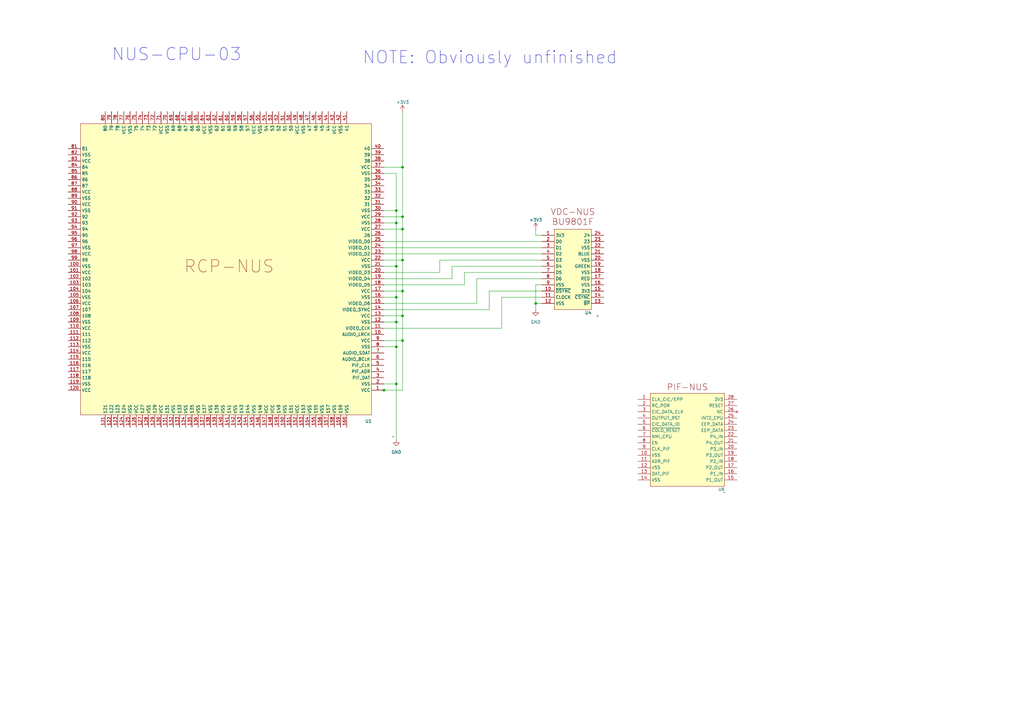
<source format=kicad_sch>
(kicad_sch (version 20230121) (generator eeschema)
  (paper "A3")
  (title_block (title "NUS-CPU-(P)-01") (date "2023-04-05"))
  (lib_symbols
    (symbol "n64:PIF-NUS"
      (property "Reference" "U" (at 0 0 0))
      (symbol "PIF-NUS_1_1"
        (rectangle (start -30.48 40.64) (end 0 2.54) (fill (type background)))
        (text "${SYMBOL_NAME}" (at -15.24 43.18 0) (effects (font (size 2.54 2.54))))
        (pin bidirectional line (at -35.56 38.1 0) (length 5.08) (name "CLK_CIC/EPP") (number "1"))
        (pin power_in line (at -35.56 15.24 0) (length 5.08) (name "VSS") (number "10"))
        (pin bidirectional line (at -35.56 12.7 0) (length 5.08) (name "ADR_PIF") (number "11"))
        (pin power_in line (at -35.56 10.16 0) (length 5.08) (name "VSS") (number "12"))
        (pin bidirectional line (at -35.56 7.62 0) (length 5.08) (name "DAT_PIF") (number "13"))
        (pin power_in line (at -35.56 5.08 0) (length 5.08) (name "VSS") (number "14"))
        (pin bidirectional line (at 5.08 5.08 180) (length 5.08) (name "P1_OUT") (number "15"))
        (pin bidirectional line (at 5.08 7.62 180) (length 5.08) (name "P1_IN") (number "16"))
        (pin bidirectional line (at 5.08 10.16 180) (length 5.08) (name "P2_OUT") (number "17"))
        (pin bidirectional line (at 5.08 12.7 180) (length 5.08) (name "P2_IN") (number "18"))
        (pin bidirectional line (at 5.08 15.24 180) (length 5.08) (name "P3_OUT") (number "19"))
        (pin bidirectional line (at -35.56 35.56 0) (length 5.08) (name "RC_POR") (number "2"))
        (pin bidirectional line (at 5.08 17.78 180) (length 5.08) (name "P3_IN") (number "20"))
        (pin bidirectional line (at 5.08 20.32 180) (length 5.08) (name "P4_OUT") (number "21"))
        (pin bidirectional line (at 5.08 22.86 180) (length 5.08) (name "P4_IN") (number "22"))
        (pin bidirectional line (at 5.08 25.4 180) (length 5.08) (name "EEP_DATA") (number "23"))
        (pin bidirectional line (at 5.08 27.94 180) (length 5.08) (name "EEP_DATA") (number "24"))
        (pin bidirectional line (at 5.08 30.48 180) (length 5.08) (name "INT2_CPU") (number "25"))
        (pin no_connect line (at 5.08 33.02 180) (length 5.08) (name "NC") (number "26"))
        (pin bidirectional line (at 5.08 35.56 180) (length 5.08) (name "RESET") (number "27"))
        (pin power_in line (at 5.08 38.1 180) (length 5.08) (name "3V3") (number "28"))
        (pin bidirectional line (at -35.56 33.02 0) (length 5.08) (name "CIC_DATA_CLK") (number "3"))
        (pin bidirectional line (at -35.56 30.48 0) (length 5.08) (name "OUTPUT_RST") (number "4"))
        (pin bidirectional line (at -35.56 27.94 0) (length 5.08) (name "CIC_DATA_IO") (number "5"))
        (pin bidirectional line (at -35.56 25.4 0) (length 5.08) (name "~{COLD_RESET}") (number "6"))
        (pin bidirectional line (at -35.56 22.86 0) (length 5.08) (name "NMI_CPU") (number "7"))
        (pin bidirectional line (at -35.56 20.32 0) (length 5.08) (name "EN") (number "8"))
        (pin bidirectional line (at -35.56 17.78 0) (length 5.08) (name "CLK_PIF") (number "9"))
      )
    )
    (symbol "n64:RCP-NUS"
      (property "Reference" "U" (at 8.89 6.35 0))
      (symbol "RCP-NUS_1_1"
        (rectangle (start -119.38 134.62) (end 0 15.24) (fill (type background)))
        (text "RCP-NUS" (at -58.42 76.2 0) (effects (font (size 5.08 5.08))))
        (pin bidirectional line (at 5.08 25.4 180) (length 5.08) (name "VCC") (number "1"))
        (pin bidirectional line (at 5.08 48.26 180) (length 5.08) (name "AUDIO_LRCK") (number "10"))
        (pin bidirectional line (at -124.46 76.2 0) (length 5.08) (name "VSS") (number "100"))
        (pin bidirectional line (at -124.46 73.66 0) (length 5.08) (name "VCC") (number "101"))
        (pin bidirectional line (at -124.46 71.12 0) (length 5.08) (name "102") (number "102"))
        (pin bidirectional line (at -124.46 68.58 0) (length 5.08) (name "103") (number "103"))
        (pin bidirectional line (at -124.46 66.04 0) (length 5.08) (name "104") (number "104"))
        (pin bidirectional line (at -124.46 63.5 0) (length 5.08) (name "VSS") (number "105"))
        (pin bidirectional line (at -124.46 60.96 0) (length 5.08) (name "VCC") (number "106"))
        (pin bidirectional line (at -124.46 58.42 0) (length 5.08) (name "107") (number "107"))
        (pin bidirectional line (at -124.46 55.88 0) (length 5.08) (name "108") (number "108"))
        (pin bidirectional line (at -124.46 53.34 0) (length 5.08) (name "VSS") (number "109"))
        (pin bidirectional line (at 5.08 50.8 180) (length 5.08) (name "VIDEO_CLK") (number "11"))
        (pin bidirectional line (at -124.46 50.8 0) (length 5.08) (name "VCC") (number "110"))
        (pin bidirectional line (at -124.46 48.26 0) (length 5.08) (name "111") (number "111"))
        (pin bidirectional line (at -124.46 45.72 0) (length 5.08) (name "112") (number "112"))
        (pin bidirectional line (at -124.46 43.18 0) (length 5.08) (name "VSS") (number "113"))
        (pin bidirectional line (at -124.46 40.64 0) (length 5.08) (name "VCC") (number "114"))
        (pin bidirectional line (at -124.46 38.1 0) (length 5.08) (name "115") (number "115"))
        (pin bidirectional line (at -124.46 35.56 0) (length 5.08) (name "116") (number "116"))
        (pin bidirectional line (at -124.46 33.02 0) (length 5.08) (name "117") (number "117"))
        (pin bidirectional line (at -124.46 30.48 0) (length 5.08) (name "118") (number "118"))
        (pin bidirectional line (at -124.46 27.94 0) (length 5.08) (name "VSS") (number "119"))
        (pin bidirectional line (at 5.08 53.34 180) (length 5.08) (name "VSS") (number "12"))
        (pin bidirectional line (at -124.46 25.4 0) (length 5.08) (name "VCC") (number "120"))
        (pin bidirectional line (at -109.22 10.16 90) (length 5.08) (name "121") (number "121"))
        (pin bidirectional line (at -106.68 10.16 90) (length 5.08) (name "122") (number "122"))
        (pin bidirectional line (at -104.14 10.16 90) (length 5.08) (name "123") (number "123"))
        (pin bidirectional line (at -101.6 10.16 90) (length 5.08) (name "124") (number "124"))
        (pin bidirectional line (at -99.06 10.16 90) (length 5.08) (name "VSS") (number "125"))
        (pin bidirectional line (at -96.52 10.16 90) (length 5.08) (name "VCC") (number "126"))
        (pin bidirectional line (at -93.98 10.16 90) (length 5.08) (name "127") (number "127"))
        (pin bidirectional line (at -91.44 10.16 90) (length 5.08) (name "VSS") (number "128"))
        (pin bidirectional line (at -88.9 10.16 90) (length 5.08) (name "129") (number "129"))
        (pin bidirectional line (at 5.08 55.88 180) (length 5.08) (name "VCC") (number "13"))
        (pin bidirectional line (at -86.36 10.16 90) (length 5.08) (name "VCC") (number "130"))
        (pin bidirectional line (at -83.82 10.16 90) (length 5.08) (name "131") (number "131"))
        (pin bidirectional line (at -81.28 10.16 90) (length 5.08) (name "VSS") (number "132"))
        (pin bidirectional line (at -78.74 10.16 90) (length 5.08) (name "133") (number "133"))
        (pin bidirectional line (at -76.2 10.16 90) (length 5.08) (name "VSS") (number "134"))
        (pin bidirectional line (at -73.66 10.16 90) (length 5.08) (name "135") (number "135"))
        (pin bidirectional line (at -71.12 10.16 90) (length 5.08) (name "VSS") (number "136"))
        (pin bidirectional line (at -68.58 10.16 90) (length 5.08) (name "137") (number "137"))
        (pin bidirectional line (at -66.04 10.16 90) (length 5.08) (name "VSS") (number "138"))
        (pin bidirectional line (at -63.5 10.16 90) (length 5.08) (name "139") (number "139"))
        (pin bidirectional line (at 5.08 58.42 180) (length 5.08) (name "VIDEO_SYNC") (number "14"))
        (pin bidirectional line (at -60.96 10.16 90) (length 5.08) (name "VSS") (number "140"))
        (pin bidirectional line (at -58.42 10.16 90) (length 5.08) (name "141") (number "141"))
        (pin bidirectional line (at -55.88 10.16 90) (length 5.08) (name "VSS") (number "142"))
        (pin bidirectional line (at -53.34 10.16 90) (length 5.08) (name "143") (number "143"))
        (pin bidirectional line (at -50.8 10.16 90) (length 5.08) (name "144") (number "144"))
        (pin bidirectional line (at -48.26 10.16 90) (length 5.08) (name "VSS") (number "145"))
        (pin bidirectional line (at -45.72 10.16 90) (length 5.08) (name "146") (number "146"))
        (pin bidirectional line (at -43.18 10.16 90) (length 5.08) (name "VCC") (number "147"))
        (pin bidirectional line (at -40.64 10.16 90) (length 5.08) (name "VCC") (number "148"))
        (pin bidirectional line (at -38.1 10.16 90) (length 5.08) (name "149") (number "149"))
        (pin bidirectional line (at 5.08 60.96 180) (length 5.08) (name "VIDEO_D6") (number "15"))
        (pin bidirectional line (at -35.56 10.16 90) (length 5.08) (name "VSS") (number "150"))
        (pin bidirectional line (at -33.02 10.16 90) (length 5.08) (name "151") (number "151"))
        (pin bidirectional line (at -30.48 10.16 90) (length 5.08) (name "VCC") (number "152"))
        (pin bidirectional line (at -27.94 10.16 90) (length 5.08) (name "153") (number "153"))
        (pin bidirectional line (at -25.4 10.16 90) (length 5.08) (name "VSS") (number "154"))
        (pin bidirectional line (at -22.86 10.16 90) (length 5.08) (name "155") (number "155"))
        (pin bidirectional line (at -20.32 10.16 90) (length 5.08) (name "VSS") (number "156"))
        (pin bidirectional line (at -17.78 10.16 90) (length 5.08) (name "157") (number "157"))
        (pin bidirectional line (at -15.24 10.16 90) (length 5.08) (name "VSS") (number "158"))
        (pin bidirectional line (at -12.7 10.16 90) (length 5.08) (name "159") (number "159"))
        (pin bidirectional line (at 5.08 63.5 180) (length 5.08) (name "VSS") (number "16"))
        (pin bidirectional line (at -10.16 10.16 90) (length 5.08) (name "VSS") (number "160"))
        (pin bidirectional line (at 5.08 66.04 180) (length 5.08) (name "VCC") (number "17"))
        (pin bidirectional line (at 5.08 68.58 180) (length 5.08) (name "VIDEO_D5") (number "18"))
        (pin bidirectional line (at 5.08 71.12 180) (length 5.08) (name "VIDEO_D4") (number "19"))
        (pin bidirectional line (at 5.08 27.94 180) (length 5.08) (name "VSS") (number "2"))
        (pin bidirectional line (at 5.08 73.66 180) (length 5.08) (name "VIDEO_D3") (number "20"))
        (pin bidirectional line (at 5.08 76.2 180) (length 5.08) (name "VSS") (number "21"))
        (pin bidirectional line (at 5.08 78.74 180) (length 5.08) (name "VCC") (number "22"))
        (pin bidirectional line (at 5.08 81.28 180) (length 5.08) (name "VIDEO_D2") (number "23"))
        (pin bidirectional line (at 5.08 83.82 180) (length 5.08) (name "VIDEO_D1") (number "24"))
        (pin bidirectional line (at 5.08 86.36 180) (length 5.08) (name "VIDEO_D0") (number "25"))
        (pin bidirectional line (at 5.08 88.9 180) (length 5.08) (name "26") (number "26"))
        (pin bidirectional line (at 5.08 91.44 180) (length 5.08) (name "VCC") (number "27"))
        (pin bidirectional line (at 5.08 93.98 180) (length 5.08) (name "VSS") (number "28"))
        (pin bidirectional line (at 5.08 96.52 180) (length 5.08) (name "VCC") (number "29"))
        (pin bidirectional line (at 5.08 30.48 180) (length 5.08) (name "PIF_DAT") (number "3"))
        (pin bidirectional line (at 5.08 99.06 180) (length 5.08) (name "VSS") (number "30"))
        (pin bidirectional line (at 5.08 101.6 180) (length 5.08) (name "31") (number "31"))
        (pin bidirectional line (at 5.08 104.14 180) (length 5.08) (name "32") (number "32"))
        (pin bidirectional line (at 5.08 106.68 180) (length 5.08) (name "33") (number "33"))
        (pin bidirectional line (at 5.08 109.22 180) (length 5.08) (name "34") (number "34"))
        (pin bidirectional line (at 5.08 111.76 180) (length 5.08) (name "35") (number "35"))
        (pin bidirectional line (at 5.08 114.3 180) (length 5.08) (name "VSS") (number "36"))
        (pin bidirectional line (at 5.08 116.84 180) (length 5.08) (name "VCC") (number "37"))
        (pin bidirectional line (at 5.08 119.38 180) (length 5.08) (name "38") (number "38"))
        (pin bidirectional line (at 5.08 121.92 180) (length 5.08) (name "39") (number "39"))
        (pin bidirectional line (at 5.08 33.02 180) (length 5.08) (name "PIF_ADR") (number "4"))
        (pin bidirectional line (at 5.08 124.46 180) (length 5.08) (name "40") (number "40"))
        (pin bidirectional line (at -10.16 139.7 270) (length 5.08) (name "41") (number "41"))
        (pin bidirectional line (at -12.7 139.7 270) (length 5.08) (name "VSS") (number "42"))
        (pin bidirectional line (at -15.24 139.7 270) (length 5.08) (name "VCC") (number "43"))
        (pin bidirectional line (at -17.78 139.7 270) (length 5.08) (name "44") (number "44"))
        (pin bidirectional line (at -20.32 139.7 270) (length 5.08) (name "45") (number "45"))
        (pin bidirectional line (at -22.86 139.7 270) (length 5.08) (name "46") (number "46"))
        (pin bidirectional line (at -25.4 139.7 270) (length 5.08) (name "47") (number "47"))
        (pin bidirectional line (at -27.94 139.7 270) (length 5.08) (name "VSS") (number "48"))
        (pin bidirectional line (at -30.48 139.7 270) (length 5.08) (name "VCC") (number "49"))
        (pin bidirectional line (at 5.08 35.56 180) (length 5.08) (name "PIF_CLK") (number "5"))
        (pin bidirectional line (at -33.02 139.7 270) (length 5.08) (name "50") (number "50"))
        (pin bidirectional line (at -35.56 139.7 270) (length 5.08) (name "51") (number "51"))
        (pin bidirectional line (at -38.1 139.7 270) (length 5.08) (name "52") (number "52"))
        (pin bidirectional line (at -40.64 139.7 270) (length 5.08) (name "53") (number "53"))
        (pin bidirectional line (at -43.18 139.7 270) (length 5.08) (name "54") (number "54"))
        (pin bidirectional line (at -45.72 139.7 270) (length 5.08) (name "VSS") (number "55"))
        (pin bidirectional line (at -48.26 139.7 270) (length 5.08) (name "VCC") (number "56"))
        (pin bidirectional line (at -50.8 139.7 270) (length 5.08) (name "57") (number "57"))
        (pin bidirectional line (at -53.34 139.7 270) (length 5.08) (name "58") (number "58"))
        (pin bidirectional line (at -55.88 139.7 270) (length 5.08) (name "59") (number "59"))
        (pin bidirectional line (at 5.08 38.1 180) (length 5.08) (name "AUDIO_BCLK") (number "6"))
        (pin bidirectional line (at -58.42 139.7 270) (length 5.08) (name "60") (number "60"))
        (pin bidirectional line (at -60.96 139.7 270) (length 5.08) (name "61") (number "61"))
        (pin bidirectional line (at -63.5 139.7 270) (length 5.08) (name "62") (number "62"))
        (pin bidirectional line (at -66.04 139.7 270) (length 5.08) (name "VSS") (number "63"))
        (pin bidirectional line (at -68.58 139.7 270) (length 5.08) (name "VCC") (number "64"))
        (pin bidirectional line (at -71.12 139.7 270) (length 5.08) (name "65") (number "65"))
        (pin bidirectional line (at -73.66 139.7 270) (length 5.08) (name "66") (number "66"))
        (pin bidirectional line (at -76.2 139.7 270) (length 5.08) (name "67") (number "67"))
        (pin bidirectional line (at -78.74 139.7 270) (length 5.08) (name "68") (number "68"))
        (pin bidirectional line (at -81.28 139.7 270) (length 5.08) (name "69") (number "69"))
        (pin bidirectional line (at 5.08 40.64 180) (length 5.08) (name "AUDIO_SDAT") (number "7"))
        (pin bidirectional line (at -83.82 139.7 270) (length 5.08) (name "VSS") (number "70"))
        (pin bidirectional line (at -86.36 139.7 270) (length 5.08) (name "VCC") (number "71"))
        (pin bidirectional line (at -88.9 139.7 270) (length 5.08) (name "72") (number "72"))
        (pin bidirectional line (at -91.44 139.7 270) (length 5.08) (name "73") (number "73"))
        (pin bidirectional line (at -93.98 139.7 270) (length 5.08) (name "74") (number "74"))
        (pin bidirectional line (at -96.52 139.7 270) (length 5.08) (name "75") (number "75"))
        (pin bidirectional line (at -99.06 139.7 270) (length 5.08) (name "VSS") (number "76"))
        (pin bidirectional line (at -101.6 139.7 270) (length 5.08) (name "VCC") (number "77"))
        (pin bidirectional line (at -104.14 139.7 270) (length 5.08) (name "78") (number "78"))
        (pin bidirectional line (at -106.68 139.7 270) (length 5.08) (name "79") (number "79"))
        (pin bidirectional line (at 5.08 43.18 180) (length 5.08) (name "VSS") (number "8"))
        (pin bidirectional line (at -109.22 139.7 270) (length 5.08) (name "80") (number "80"))
        (pin bidirectional line (at -124.46 124.46 0) (length 5.08) (name "81") (number "81"))
        (pin bidirectional line (at -124.46 121.92 0) (length 5.08) (name "VSS") (number "82"))
        (pin bidirectional line (at -124.46 119.38 0) (length 5.08) (name "VCC") (number "83"))
        (pin bidirectional line (at -124.46 116.84 0) (length 5.08) (name "84") (number "84"))
        (pin bidirectional line (at -124.46 114.3 0) (length 5.08) (name "85") (number "85"))
        (pin bidirectional line (at -124.46 111.76 0) (length 5.08) (name "86") (number "86"))
        (pin bidirectional line (at -124.46 109.22 0) (length 5.08) (name "87") (number "87"))
        (pin bidirectional line (at -124.46 106.68 0) (length 5.08) (name "VCC") (number "88"))
        (pin bidirectional line (at -124.46 104.14 0) (length 5.08) (name "VSS") (number "89"))
        (pin bidirectional line (at 5.08 45.72 180) (length 5.08) (name "VCC") (number "9"))
        (pin bidirectional line (at -124.46 101.6 0) (length 5.08) (name "VCC") (number "90"))
        (pin bidirectional line (at -124.46 99.06 0) (length 5.08) (name "VSS") (number "91"))
        (pin bidirectional line (at -124.46 96.52 0) (length 5.08) (name "92") (number "92"))
        (pin bidirectional line (at -124.46 93.98 0) (length 5.08) (name "93") (number "93"))
        (pin bidirectional line (at -124.46 91.44 0) (length 5.08) (name "94") (number "94"))
        (pin bidirectional line (at -124.46 88.9 0) (length 5.08) (name "95") (number "95"))
        (pin bidirectional line (at -124.46 86.36 0) (length 5.08) (name "96") (number "96"))
        (pin bidirectional line (at -124.46 83.82 0) (length 5.08) (name "VSS") (number "97"))
        (pin bidirectional line (at -124.46 81.28 0) (length 5.08) (name "VCC") (number "98"))
        (pin bidirectional line (at -124.46 78.74 0) (length 5.08) (name "99") (number "99"))
      )
    )
    (symbol "n64:VDC-NUS"
      (property "Reference" "U" (at 0 0 0))
      (symbol "VDC-NUS_1_1"
        (rectangle (start -17.78 35.56) (end -2.54 2.54) (fill (type background)))
        (text "VDC-NUS\nBU9801F" (at -10.16 40.64 0) (effects (font (size 2.54 2.54))))
        (pin power_in line (at -22.86 33.02 0) (length 5.08) (name "3V3") (number "1"))
        (pin input line (at -22.86 10.16 0) (length 5.08) (name "~{DSYNC}") (number "10"))
        (pin input line (at -22.86 7.62 0) (length 5.08) (name "CLOCK") (number "11"))
        (pin power_in line (at -22.86 5.08 0) (length 5.08) (name "VSS") (number "12"))
        (pin bidirectional line (at 2.54 5.08 180) (length 5.08) (name "~{BP}") (number "13"))
        (pin bidirectional line (at 2.54 7.62 180) (length 5.08) (name "~{CSYNC}") (number "14"))
        (pin power_in line (at 2.54 10.16 180) (length 5.08) (name "3V3") (number "15"))
        (pin power_in line (at 2.54 12.7 180) (length 5.08) (name "VSS") (number "16"))
        (pin output line (at 2.54 15.24 180) (length 5.08) (name "RED") (number "17"))
        (pin power_in line (at 2.54 17.78 180) (length 5.08) (name "VSS") (number "18"))
        (pin output line (at 2.54 20.32 180) (length 5.08) (name "GREEN") (number "19"))
        (pin input line (at -22.86 30.48 0) (length 5.08) (name "D0") (number "2"))
        (pin power_in line (at 2.54 22.86 180) (length 5.08) (name "VSS") (number "20"))
        (pin output line (at 2.54 25.4 180) (length 5.08) (name "BLUE") (number "21"))
        (pin power_in line (at 2.54 27.94 180) (length 5.08) (name "VSS") (number "22"))
        (pin bidirectional line (at 2.54 30.48 180) (length 5.08) (name "23") (number "23"))
        (pin bidirectional line (at 2.54 33.02 180) (length 5.08) (name "24") (number "24"))
        (pin input line (at -22.86 27.94 0) (length 5.08) (name "D1") (number "3"))
        (pin input line (at -22.86 25.4 0) (length 5.08) (name "D2") (number "4"))
        (pin input line (at -22.86 22.86 0) (length 5.08) (name "D3") (number "5"))
        (pin input line (at -22.86 20.32 0) (length 5.08) (name "D4") (number "6"))
        (pin input line (at -22.86 17.78 0) (length 5.08) (name "D5") (number "7"))
        (pin input line (at -22.86 15.24 0) (length 5.08) (name "D6") (number "8"))
        (pin power_in line (at -22.86 12.7 0) (length 5.08) (name "VSS") (number "9"))
      )
    )
    (symbol "power:+3V3" (power) (pin_names (offset 0))
      (property "Value" "+3V3" (at 0 3.556 0))
      (symbol "+3V3_0_1"
        (polyline (pts (xy -0.762 1.27) (xy 0 2.54)))
        (polyline (pts (xy 0 0) (xy 0 2.54)))
        (polyline (pts (xy 0 2.54) (xy 0.762 1.27)))
      )
      (symbol "+3V3_1_1"
        (pin power_in line (at 0 0 90) (length 0) hide (name "+3V3") (number "1"))
      )
    )
    (symbol "power:GND" (power) (pin_names (offset 0))
      (property "Value" "GND" (at 0 -3.81 0))
      (symbol "GND_0_1"
        (polyline (pts (xy 0 0) (xy 0 -1.27) (xy 1.27 -1.27) (xy 0 -2.54) (xy -1.27 -1.27) (xy 0 -1.27)))
      )
      (symbol "GND_1_1"
        (pin power_in line (at 0 0 270) (length 0) hide (name "GND") (number "1"))
      )
    )
  )
  (junction (at 165.1 139.7))
  (junction (at 165.1 119.38))
  (junction (at 162.56 109.22))
  (junction (at 162.56 91.44))
  (junction (at 165.1 129.54))
  (junction (at 162.56 132.08))
  (junction (at 162.56 142.24))
  (junction (at 162.56 157.48))
  (junction (at 165.1 93.98))
  (junction (at 219.71 124.46))
  (junction (at 157.48 160.02))
  (junction (at 165.1 106.68))
  (junction (at 165.1 68.58))
  (junction (at 165.1 88.9))
  (junction (at 162.56 121.92))
  (junction (at 162.56 86.36))
  (wire (pts (xy 190.5 116.84) (xy 190.5 111.76)))
  (wire (pts (xy 165.1 88.9) (xy 165.1 93.98)))
  (wire (pts (xy 157.48 111.76) (xy 180.34 111.76)))
  (wire (pts (xy 195.58 124.46) (xy 157.48 124.46)))
  (wire (pts (xy 157.48 91.44) (xy 162.56 91.44)))
  (wire (pts (xy 162.56 180.34) (xy 162.56 157.48)))
  (wire (pts (xy 219.71 96.52) (xy 222.25 96.52)))
  (wire (pts (xy 157.48 106.68) (xy 165.1 106.68)))
  (wire (pts (xy 165.1 139.7) (xy 165.1 160.02)))
  (wire (pts (xy 157.48 119.38) (xy 165.1 119.38)))
  (wire (pts (xy 165.1 129.54) (xy 165.1 139.7)))
  (wire (pts (xy 165.1 93.98) (xy 165.1 106.68)))
  (wire (pts (xy 157.48 101.6) (xy 222.25 101.6)))
  (wire (pts (xy 165.1 106.68) (xy 165.1 119.38)))
  (wire (pts (xy 157.48 121.92) (xy 162.56 121.92)))
  (wire (pts (xy 162.56 132.08) (xy 162.56 121.92)))
  (wire (pts (xy 165.1 119.38) (xy 165.1 129.54)))
  (wire (pts (xy 205.74 121.92) (xy 205.74 134.62)))
  (wire (pts (xy 219.71 124.46) (xy 222.25 124.46)))
  (wire (pts (xy 162.56 121.92) (xy 162.56 109.22)))
  (wire (pts (xy 157.48 116.84) (xy 190.5 116.84)))
  (wire (pts (xy 157.48 129.54) (xy 165.1 129.54)))
  (wire (pts (xy 162.56 71.12) (xy 157.48 71.12)))
  (wire (pts (xy 219.71 124.46) (xy 219.71 127)))
  (wire (pts (xy 157.48 93.98) (xy 165.1 93.98)))
  (wire (pts (xy 219.71 116.84) (xy 222.25 116.84)))
  (wire (pts (xy 162.56 86.36) (xy 162.56 71.12)))
  (wire (pts (xy 157.48 157.48) (xy 162.56 157.48)))
  (wire (pts (xy 222.25 109.22) (xy 185.42 109.22)))
  (wire (pts (xy 200.66 127) (xy 157.48 127)))
  (wire (pts (xy 165.1 45.72) (xy 165.1 68.58)))
  (wire (pts (xy 185.42 109.22) (xy 185.42 114.3)))
  (wire (pts (xy 157.48 142.24) (xy 162.56 142.24)))
  (wire (pts (xy 157.48 160.02) (xy 154.94 160.02)))
  (wire (pts (xy 157.48 109.22) (xy 162.56 109.22)))
  (wire (pts (xy 219.71 116.84) (xy 219.71 124.46)))
  (wire (pts (xy 222.25 121.92) (xy 205.74 121.92)))
  (wire (pts (xy 190.5 111.76) (xy 222.25 111.76)))
  (wire (pts (xy 162.56 157.48) (xy 162.56 142.24)))
  (wire (pts (xy 165.1 160.02) (xy 157.48 160.02)))
  (wire (pts (xy 157.48 132.08) (xy 162.56 132.08)))
  (wire (pts (xy 157.48 68.58) (xy 165.1 68.58)))
  (wire (pts (xy 222.25 119.38) (xy 200.66 119.38)))
  (wire (pts (xy 195.58 114.3) (xy 195.58 124.46)))
  (wire (pts (xy 162.56 109.22) (xy 162.56 91.44)))
  (wire (pts (xy 162.56 142.24) (xy 162.56 132.08)))
  (wire (pts (xy 180.34 106.68) (xy 222.25 106.68)))
  (wire (pts (xy 219.71 93.98) (xy 219.71 96.52)))
  (wire (pts (xy 222.25 114.3) (xy 195.58 114.3)))
  (wire (pts (xy 165.1 68.58) (xy 165.1 88.9)))
  (wire (pts (xy 157.48 86.36) (xy 162.56 86.36)))
  (wire (pts (xy 162.56 91.44) (xy 162.56 86.36)))
  (wire (pts (xy 157.48 99.06) (xy 222.25 99.06)))
  (wire (pts (xy 200.66 119.38) (xy 200.66 127)))
  (wire (pts (xy 157.48 139.7) (xy 165.1 139.7)))
  (wire (pts (xy 205.74 134.62) (xy 157.48 134.62)))
  (wire (pts (xy 157.48 104.14) (xy 222.25 104.14)))
  (wire (pts (xy 157.48 88.9) (xy 165.1 88.9)))
  (wire (pts (xy 180.34 111.76) (xy 180.34 106.68)))
  (wire (pts (xy 185.42 114.3) (xy 157.48 114.3)))
  (text "NOTE: Obviously unfinished" (at 148.59 26.67 0) (effects (font (size 5.08 5.08)) (justify left bottom)))
  (text "NUS-CPU-03" (at 45.72 25.4 0) (effects (font (size 5.08 5.08)) (justify left bottom)))
  (symbol (lib_id "n64:VDC-NUS") (at 245.11 129.54 0) (unit 1)
    (property "Reference" "U4" (at 241.3 128.27 0))
    (property "Value" "~" (at 245.11 129.54 0))
  )
  (symbol (lib_id "power:GND") (at 219.71 127 0) (unit 1)
    (property "Reference" "#PWR01" (effects hide))
    (property "Value" "GND" (at 219.71 132.08 0))
    (instances (project "n64-kicad" (path "" (reference "#PWR01") (unit 1)) (path "" (reference "#PWR01") (unit 1)) (path "" (reference "#PWR05") (unit 1)) (path "" (reference "#PWR011") (unit 1))))
  )
  (symbol (lib_id "power:+3V3") (at 219.71 93.98 0) (unit 1)
    (property "Reference" "#PWR02" (effects hide))
    (property "Value" "+3V3" (at 219.71 90.17 0))
    (instances (project "n64-kicad" (path "" (reference "#PWR02") (unit 1)) (path "" (reference "#PWR02") (unit 1)) (path "" (reference "#PWR06") (unit 1)) (path "" (reference "#PWR012") (unit 1))))
  )
  (symbol (lib_id "n64:PIF-NUS") (at 297.18 201.93 0) (unit 1)
    (property "Reference" "U6" (at 295.91 200.66 0))
    (property "Value" "~" (at 297.18 201.93 0))
  )
  (symbol (lib_id "power:+3V3") (at 165.1 45.72 0) (unit 1)
    (property "Reference" "#PWR02" (effects hide))
    (property "Value" "+3V3" (at 165.1 41.91 0))
    (instances (project "n64-kicad" (path "" (reference "#PWR02") (unit 1)) (path "" (reference "#PWR02") (unit 1)) (path "" (reference "#PWR06") (unit 1)) (path "" (reference "#PWR010") (unit 1))))
  )
  (symbol (lib_id "n64:RCP-NUS") (at 152.4 185.42 0) (unit 1)
    (property "Reference" "U1" (at 151.13 172.72 0))
    (property "Value" "~" (at 161.29 179.07 0))
    (instances (project "n64-kicad" (path "" (reference "U1") (unit 1)) (path "" (reference "U1") (unit 1)) (path "" (reference "U3") (unit 1)) (path "" (reference "U9") (unit 1))))
  )
  (symbol (lib_id "power:GND") (at 162.56 180.34 0) (unit 1)
    (property "Reference" "#PWR01" (effects hide))
    (property "Value" "GND" (at 162.56 185.42 0))
    (instances (project "n64-kicad" (path "" (reference "#PWR01") (unit 1)) (path "" (reference "#PWR01") (unit 1)) (path "" (reference "#PWR05") (unit 1)) (path "" (reference "#PWR09") (unit 1))))
  )
)
</source>
